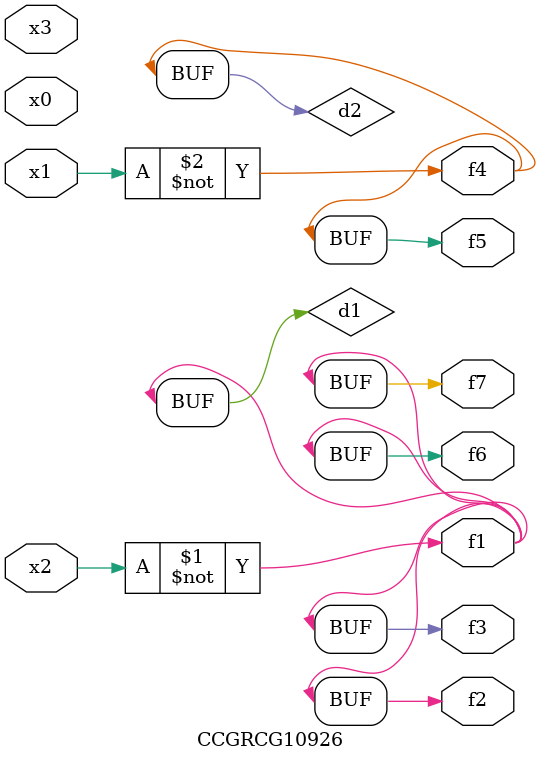
<source format=v>
module CCGRCG10926(
	input x0, x1, x2, x3,
	output f1, f2, f3, f4, f5, f6, f7
);

	wire d1, d2;

	xnor (d1, x2);
	not (d2, x1);
	assign f1 = d1;
	assign f2 = d1;
	assign f3 = d1;
	assign f4 = d2;
	assign f5 = d2;
	assign f6 = d1;
	assign f7 = d1;
endmodule

</source>
